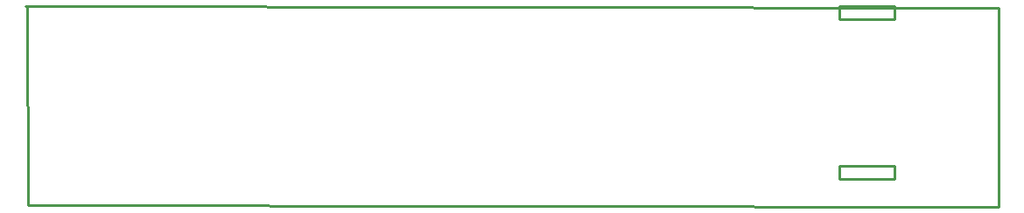
<source format=gko>
G04 Layer: BoardOutlineLayer*
G04 EasyEDA v6.5.38, 2023-11-27 20:20:40*
G04 1703934f7ba948e8a81f3d05deb6a35c,f4da18da4fdc4ae59b3404ca65e04972,10*
G04 Gerber Generator version 0.2*
G04 Scale: 100 percent, Rotated: No, Reflected: No *
G04 Dimensions in millimeters *
G04 leading zeros omitted , absolute positions ,4 integer and 5 decimal *
%FSLAX45Y45*%
%MOMM*%

%ADD10C,0.2540*%
D10*
X-2298700Y6350000D02*
G01*
X7112000Y6337300D01*
X7112000Y4408487D01*
X-2273300Y4421187D01*
X-2286000Y6350000D01*
X5575300Y4800600D02*
G01*
X6108700Y4800600D01*
X6108700Y4800600D02*
G01*
X6108700Y4673600D01*
X6108700Y4673600D02*
G01*
X5575300Y4673600D01*
X5575300Y4673600D02*
G01*
X5575300Y4787900D01*
X5575300Y4787900D02*
G01*
X5575300Y4800600D01*
X5575300Y6351987D02*
G01*
X6108700Y6351987D01*
X6108700Y6351987D02*
G01*
X6108700Y6223000D01*
X6108700Y6223000D02*
G01*
X5575300Y6223000D01*
X5575300Y6223000D02*
G01*
X5575300Y6337300D01*
X5575300Y6337300D02*
G01*
X5575300Y6351987D01*

%LPD*%
M02*

</source>
